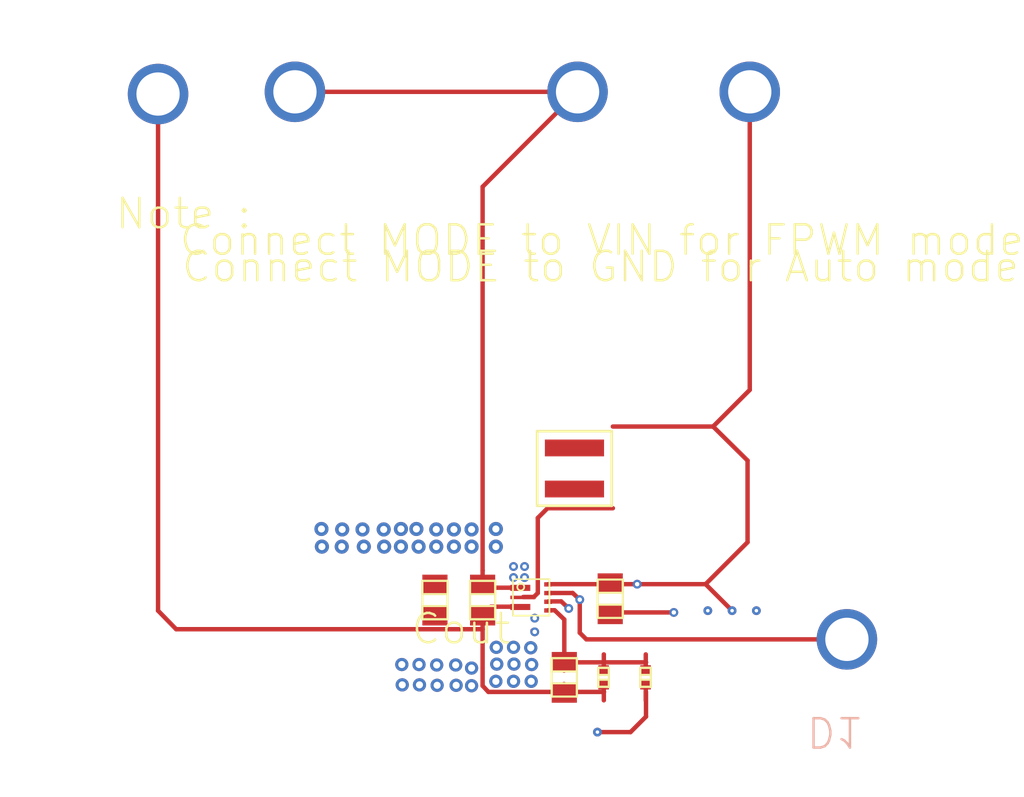
<source format=kicad_pcb>
(kicad_pcb (version 20171130) (host pcbnew "(5.1.2)-2")

  (general
    (thickness 1.6)
    (drawings 13)
    (tracks 125)
    (zones 0)
    (modules 13)
    (nets 7)
  )

  (page A4)
  (layers
    (0 TOP signal)
    (1 BOTTOM signal)
    (2 INTERNAL1 signal)
    (3 INTERNAL2 signal)
    (4 INTERNAL3 signal)
    (5 INTERNAL4 signal)
    (6 INTERNAL5 signal)
    (7 INTERNAL6 signal)
    (8 INTERNAL7 signal)
    (31 INTERNAL8 signal)
    (32 B.Adhes user)
    (33 F.Adhes user)
    (34 B.Paste user)
    (35 F.Paste user)
    (36 B.SilkS user)
    (37 F.SilkS user)
    (38 B.Mask user)
    (39 F.Mask user)
    (40 Dwgs.User user)
    (41 Cmts.User user)
    (42 Eco1.User user)
    (43 Eco2.User user)
    (44 Edge.Cuts user)
    (45 Margin user)
    (46 B.CrtYd user)
    (47 F.CrtYd user)
    (48 B.Fab user)
    (49 F.Fab user)
  )

  (setup
    (last_trace_width 0.25)
    (trace_clearance 0.2)
    (zone_clearance 0.508)
    (zone_45_only no)
    (trace_min 0.2)
    (via_size 0.8)
    (via_drill 0.4)
    (via_min_size 0.4)
    (via_min_drill 0.2032)
    (uvia_size 0.3)
    (uvia_drill 0.1)
    (uvias_allowed no)
    (uvia_min_size 0.2)
    (uvia_min_drill 0.1)
    (edge_width 0.05)
    (segment_width 0.2)
    (pcb_text_width 0.3)
    (pcb_text_size 1.5 1.5)
    (mod_edge_width 0.12)
    (mod_text_size 1 1)
    (mod_text_width 0.15)
    (pad_size 1.524 1.524)
    (pad_drill 0.762)
    (pad_to_mask_clearance 0.051)
    (solder_mask_min_width 0.25)
    (aux_axis_origin 0 0)
    (visible_elements FFFFEF7F)
    (pcbplotparams
      (layerselection 0x010fc_ffffffff)
      (usegerberextensions false)
      (usegerberattributes false)
      (usegerberadvancedattributes false)
      (creategerberjobfile false)
      (excludeedgelayer true)
      (linewidth 0.076200)
      (plotframeref false)
      (viasonmask false)
      (mode 1)
      (useauxorigin false)
      (hpglpennumber 1)
      (hpglpenspeed 20)
      (hpglpendiameter 15.000000)
      (psnegative false)
      (psa4output false)
      (plotreference true)
      (plotvalue true)
      (plotinvisibletext false)
      (padsonsilk false)
      (subtractmaskfromsilk false)
      (outputformat 1)
      (mirror false)
      (drillshape 1)
      (scaleselection 1)
      (outputdirectory ""))
  )

  (net 0 "")
  (net 1 5)
  (net 2 8)
  (net 3 2)
  (net 4 3)
  (net 5 12)
  (net 6 0)

  (net_class Default "This is the default net class."
    (clearance 0.2)
    (trace_width 0.25)
    (via_dia 0.8)
    (via_drill 0.4)
    (uvia_dia 0.3)
    (uvia_drill 0.1)
    (add_net 0)
    (add_net 12)
    (add_net 2)
    (add_net 3)
    (add_net 5)
    (add_net 8)
  )

  (module 2019-11-10_03-39-04:0805 (layer TOP) (tedit 0) (tstamp 5DC7FAB2)
    (at 206.2861 72.771 90)
    (fp_text reference Cff (at 0 0 90) (layer F.SilkS) hide
      (effects (font (size 1.27 1.27) (thickness 0.15)))
    )
    (fp_text value "" (at 0 0 90) (layer F.SilkS) hide
      (effects (font (size 1.27 1.27) (thickness 0.15)))
    )
    (fp_line (start -1.1049 -0.7239) (end -1.1049 0.7239) (layer F.SilkS) (width 0.12))
    (fp_line (start 1.1049 -0.7239) (end -1.1049 -0.7239) (layer F.SilkS) (width 0.12))
    (fp_line (start 1.1049 0.7239) (end 1.1049 -0.7239) (layer F.SilkS) (width 0.12))
    (fp_line (start -1.1049 0.7239) (end 1.1049 0.7239) (layer F.SilkS) (width 0.12))
    (fp_line (start 1.1049 -0.7239) (end 0.3429 -0.7239) (layer F.SilkS) (width 0.12))
    (fp_line (start 1.1049 0.7239) (end 1.1049 -0.7239) (layer F.SilkS) (width 0.12))
    (fp_line (start 0.3429 0.7239) (end 1.1049 0.7239) (layer F.SilkS) (width 0.12))
    (fp_line (start 0.3429 -0.7239) (end 0.3429 0.7239) (layer F.SilkS) (width 0.12))
    (fp_line (start -1.1049 0.7239) (end -0.3429 0.7239) (layer F.SilkS) (width 0.12))
    (fp_line (start -1.1049 -0.7239) (end -1.1049 0.7239) (layer F.SilkS) (width 0.12))
    (fp_line (start -0.3429 -0.7239) (end -1.1049 -0.7239) (layer F.SilkS) (width 0.12))
    (fp_line (start -0.3429 0.7239) (end -0.3429 -0.7239) (layer F.SilkS) (width 0.12))
    (pad 2 smd rect (at 0.9017 0 90) (size 1.1176 1.4478) (layers TOP F.Paste F.Mask)
      (net 4 3) (solder_mask_margin 0.1016))
    (pad 1 smd rect (at -0.9017 0 90) (size 1.1176 1.4478) (layers TOP F.Paste F.Mask)
      (net 1 5) (solder_mask_margin 0.1016))
  )

  (module 2019-11-10_03-39-04:0805 (layer TOP) (tedit 0) (tstamp 5DC7FAC3)
    (at 208.9277 68.2498 270)
    (fp_text reference Cin (at 0 0 270) (layer F.SilkS) hide
      (effects (font (size 1.27 1.27) (thickness 0.15)) (justify right top))
    )
    (fp_text value "" (at 0 0 270) (layer F.SilkS) hide
      (effects (font (size 1.27 1.27) (thickness 0.15)) (justify right top))
    )
    (fp_line (start -1.1049 -0.7239) (end -1.1049 0.7239) (layer F.SilkS) (width 0.12))
    (fp_line (start 1.1049 -0.7239) (end -1.1049 -0.7239) (layer F.SilkS) (width 0.12))
    (fp_line (start 1.1049 0.7239) (end 1.1049 -0.7239) (layer F.SilkS) (width 0.12))
    (fp_line (start -1.1049 0.7239) (end 1.1049 0.7239) (layer F.SilkS) (width 0.12))
    (fp_line (start 1.1049 -0.7239) (end 0.3429 -0.7239) (layer F.SilkS) (width 0.12))
    (fp_line (start 1.1049 0.7239) (end 1.1049 -0.7239) (layer F.SilkS) (width 0.12))
    (fp_line (start 0.3429 0.7239) (end 1.1049 0.7239) (layer F.SilkS) (width 0.12))
    (fp_line (start 0.3429 -0.7239) (end 0.3429 0.7239) (layer F.SilkS) (width 0.12))
    (fp_line (start -1.1049 0.7239) (end -0.3429 0.7239) (layer F.SilkS) (width 0.12))
    (fp_line (start -1.1049 -0.7239) (end -1.1049 0.7239) (layer F.SilkS) (width 0.12))
    (fp_line (start -0.3429 -0.7239) (end -1.1049 -0.7239) (layer F.SilkS) (width 0.12))
    (fp_line (start -0.3429 0.7239) (end -0.3429 -0.7239) (layer F.SilkS) (width 0.12))
    (pad 2 smd rect (at 0.9017 0 270) (size 1.1176 1.4478) (layers TOP F.Paste F.Mask)
      (net 6 0) (solder_mask_margin 0.1016))
    (pad 1 smd rect (at -0.9017 0 270) (size 1.1176 1.4478) (layers TOP F.Paste F.Mask)
      (net 3 2) (solder_mask_margin 0.1016))
  )

  (module 2019-11-10_03-39-04:0805 (layer TOP) (tedit 0) (tstamp 5DC7FAD4)
    (at 201.5871 68.326 90)
    (fp_text reference Cout_1 (at 0 0 90) (layer F.SilkS) hide
      (effects (font (size 1.27 1.27) (thickness 0.15)))
    )
    (fp_text value "" (at 0 0 90) (layer F.SilkS) hide
      (effects (font (size 1.27 1.27) (thickness 0.15)))
    )
    (fp_line (start -1.1049 -0.7239) (end -1.1049 0.7239) (layer F.SilkS) (width 0.12))
    (fp_line (start 1.1049 -0.7239) (end -1.1049 -0.7239) (layer F.SilkS) (width 0.12))
    (fp_line (start 1.1049 0.7239) (end 1.1049 -0.7239) (layer F.SilkS) (width 0.12))
    (fp_line (start -1.1049 0.7239) (end 1.1049 0.7239) (layer F.SilkS) (width 0.12))
    (fp_line (start 1.1049 -0.7239) (end 0.3429 -0.7239) (layer F.SilkS) (width 0.12))
    (fp_line (start 1.1049 0.7239) (end 1.1049 -0.7239) (layer F.SilkS) (width 0.12))
    (fp_line (start 0.3429 0.7239) (end 1.1049 0.7239) (layer F.SilkS) (width 0.12))
    (fp_line (start 0.3429 -0.7239) (end 0.3429 0.7239) (layer F.SilkS) (width 0.12))
    (fp_line (start -1.1049 0.7239) (end -0.3429 0.7239) (layer F.SilkS) (width 0.12))
    (fp_line (start -1.1049 -0.7239) (end -1.1049 0.7239) (layer F.SilkS) (width 0.12))
    (fp_line (start -0.3429 -0.7239) (end -1.1049 -0.7239) (layer F.SilkS) (width 0.12))
    (fp_line (start -0.3429 0.7239) (end -0.3429 -0.7239) (layer F.SilkS) (width 0.12))
    (pad 2 smd rect (at 0.9017 0 90) (size 1.1176 1.4478) (layers TOP F.Paste F.Mask)
      (net 6 0) (solder_mask_margin 0.1016))
    (pad 1 smd rect (at -0.9017 0 90) (size 1.1176 1.4478) (layers TOP F.Paste F.Mask)
      (net 1 5) (solder_mask_margin 0.1016))
  )

  (module 2019-11-10_03-39-04:0805 (layer TOP) (tedit 0) (tstamp 5DC7FAE5)
    (at 198.8439 68.326 90)
    (fp_text reference Cout_2 (at 0 0 90) (layer F.SilkS) hide
      (effects (font (size 1.27 1.27) (thickness 0.15)))
    )
    (fp_text value "" (at 0 0 90) (layer F.SilkS) hide
      (effects (font (size 1.27 1.27) (thickness 0.15)))
    )
    (fp_line (start -1.1049 -0.7239) (end -1.1049 0.7239) (layer F.SilkS) (width 0.12))
    (fp_line (start 1.1049 -0.7239) (end -1.1049 -0.7239) (layer F.SilkS) (width 0.12))
    (fp_line (start 1.1049 0.7239) (end 1.1049 -0.7239) (layer F.SilkS) (width 0.12))
    (fp_line (start -1.1049 0.7239) (end 1.1049 0.7239) (layer F.SilkS) (width 0.12))
    (fp_line (start 1.1049 -0.7239) (end 0.3429 -0.7239) (layer F.SilkS) (width 0.12))
    (fp_line (start 1.1049 0.7239) (end 1.1049 -0.7239) (layer F.SilkS) (width 0.12))
    (fp_line (start 0.3429 0.7239) (end 1.1049 0.7239) (layer F.SilkS) (width 0.12))
    (fp_line (start 0.3429 -0.7239) (end 0.3429 0.7239) (layer F.SilkS) (width 0.12))
    (fp_line (start -1.1049 0.7239) (end -0.3429 0.7239) (layer F.SilkS) (width 0.12))
    (fp_line (start -1.1049 -0.7239) (end -1.1049 0.7239) (layer F.SilkS) (width 0.12))
    (fp_line (start -0.3429 -0.7239) (end -1.1049 -0.7239) (layer F.SilkS) (width 0.12))
    (fp_line (start -0.3429 0.7239) (end -0.3429 -0.7239) (layer F.SilkS) (width 0.12))
    (pad 2 smd rect (at 0.9017 0 90) (size 1.1176 1.4478) (layers TOP F.Paste F.Mask)
      (net 6 0) (solder_mask_margin 0.1016))
    (pad 1 smd rect (at -0.9017 0 90) (size 1.1176 1.4478) (layers TOP F.Paste F.Mask)
      (net 1 5) (solder_mask_margin 0.1016))
  )

  (module 2019-11-10_03-39-04:TP-1502 (layer TOP) (tedit 0) (tstamp 5DC7FAF6)
    (at 207.0481 39.116 180)
    (fp_text reference GND (at 0 0 180) (layer F.SilkS) hide
      (effects (font (size 1.27 1.27) (thickness 0.15)) (justify right top))
    )
    (fp_text value "" (at 0 0 180) (layer F.SilkS) hide
      (effects (font (size 1.27 1.27) (thickness 0.15)) (justify right top))
    )
    (pad 1 thru_hole circle (at 0 0 180) (size 1.3208 1.3208) (drill 0.8128) (layers *.Cu *.Mask)
      (net 6 0) (solder_mask_margin 0.1016))
  )

  (module 2019-11-10_03-39-04:TP-1502 (layer TOP) (tedit 0) (tstamp 5DC7FAFA)
    (at 190.7667 39.116 180)
    (fp_text reference GND1 (at 0 0 180) (layer F.SilkS) hide
      (effects (font (size 1.27 1.27) (thickness 0.15)) (justify right top))
    )
    (fp_text value "" (at 0 0 180) (layer F.SilkS) hide
      (effects (font (size 1.27 1.27) (thickness 0.15)) (justify right top))
    )
    (pad 1 thru_hole circle (at 0 0 180) (size 1.3208 1.3208) (drill 0.8128) (layers *.Cu *.Mask)
      (net 6 0) (solder_mask_margin 0.1016))
  )

  (module 2019-11-10_03-39-04:XFL4020 (layer TOP) (tedit 0) (tstamp 5DC7FAFE)
    (at 206.8703 60.7568 270)
    (fp_text reference L1 (at 0 0 270) (layer F.SilkS) hide
      (effects (font (size 1.27 1.27) (thickness 0.15)) (justify right top))
    )
    (fp_text value "" (at 0 0 270) (layer F.SilkS) hide
      (effects (font (size 1.27 1.27) (thickness 0.15)) (justify right top))
    )
    (fp_line (start -2.1463 -2.1463) (end -2.1463 2.1463) (layer F.SilkS) (width 0.12))
    (fp_line (start 2.1463 -2.1463) (end -2.1463 -2.1463) (layer F.SilkS) (width 0.12))
    (fp_line (start 2.1463 2.1463) (end 2.1463 -2.1463) (layer F.SilkS) (width 0.12))
    (fp_line (start -2.1463 2.1463) (end 2.1463 2.1463) (layer F.SilkS) (width 0.12))
    (fp_line (start -2.1463 -2.1463) (end -2.1463 2.1463) (layer F.SilkS) (width 0.1524))
    (fp_line (start 2.1463 -2.1463) (end -2.1463 -2.1463) (layer F.SilkS) (width 0.1524))
    (fp_line (start 2.1463 2.1463) (end 2.1463 -2.1463) (layer F.SilkS) (width 0.1524))
    (fp_line (start -2.1463 2.1463) (end 2.1463 2.1463) (layer F.SilkS) (width 0.1524))
    (pad 2 smd rect (at 1.1811 0 270) (size 0.9652 3.4036) (layers TOP F.Paste F.Mask)
      (net 5 12) (solder_mask_margin 0.1016))
    (pad 1 smd rect (at -1.1811 0 270) (size 0.9652 3.4036) (layers TOP F.Paste F.Mask)
      (net 3 2) (solder_mask_margin 0.1016))
  )

  (module 2019-11-10_03-39-04:TP-1502 (layer TOP) (tedit 0) (tstamp 5DC7FB0B)
    (at 222.5167 70.612)
    (fp_text reference MODE (at 0 0) (layer F.SilkS) hide
      (effects (font (size 1.27 1.27) (thickness 0.15)))
    )
    (fp_text value "" (at 0 0) (layer F.SilkS) hide
      (effects (font (size 1.27 1.27) (thickness 0.15)))
    )
    (pad 1 thru_hole circle (at 0 0) (size 1.3208 1.3208) (drill 0.8128) (layers *.Cu *.Mask)
      (net 2 8) (solder_mask_margin 0.1016))
  )

  (module 2019-11-10_03-39-04:0402 (layer TOP) (tedit 0) (tstamp 5DC7FB0F)
    (at 210.9597 72.771 270)
    (fp_text reference Rfbb (at 0 0 270) (layer F.SilkS) hide
      (effects (font (size 1.27 1.27) (thickness 0.15)) (justify right top))
    )
    (fp_text value "" (at 0 0 270) (layer F.SilkS) hide
      (effects (font (size 1.27 1.27) (thickness 0.15)) (justify right top))
    )
    (fp_line (start -0.5461 -0.3048) (end -0.5461 0.3048) (layer F.SilkS) (width 0.12))
    (fp_line (start 0.5461 -0.3048) (end -0.5461 -0.3048) (layer F.SilkS) (width 0.12))
    (fp_line (start 0.5461 0.3048) (end 0.5461 -0.3048) (layer F.SilkS) (width 0.12))
    (fp_line (start -0.5461 0.3048) (end 0.5461 0.3048) (layer F.SilkS) (width 0.12))
    (fp_line (start 0.5461 -0.3048) (end 0.1397 -0.3048) (layer F.SilkS) (width 0.12))
    (fp_line (start 0.5461 0.3048) (end 0.5461 -0.3048) (layer F.SilkS) (width 0.12))
    (fp_line (start 0.1397 0.3048) (end 0.5461 0.3048) (layer F.SilkS) (width 0.12))
    (fp_line (start 0.1397 -0.3048) (end 0.1397 0.3048) (layer F.SilkS) (width 0.12))
    (fp_line (start -0.5461 0.3048) (end -0.1397 0.3048) (layer F.SilkS) (width 0.12))
    (fp_line (start -0.5461 -0.3048) (end -0.5461 0.3048) (layer F.SilkS) (width 0.12))
    (fp_line (start -0.1397 -0.3048) (end -0.5461 -0.3048) (layer F.SilkS) (width 0.12))
    (fp_line (start -0.1397 0.3048) (end -0.1397 -0.3048) (layer F.SilkS) (width 0.12))
    (pad 2 smd rect (at 0.4191 0 270) (size 0.5588 0.6096) (layers TOP F.Paste F.Mask)
      (net 6 0) (solder_mask_margin 0.1016))
    (pad 1 smd rect (at -0.4191 0 270) (size 0.5588 0.6096) (layers TOP F.Paste F.Mask)
      (net 4 3) (solder_mask_margin 0.1016))
  )

  (module 2019-11-10_03-39-04:0402 (layer TOP) (tedit 0) (tstamp 5DC7FB20)
    (at 208.5467 72.771 90)
    (fp_text reference Rfbt (at 0 0 90) (layer F.SilkS) hide
      (effects (font (size 1.27 1.27) (thickness 0.15)))
    )
    (fp_text value "" (at 0 0 90) (layer F.SilkS) hide
      (effects (font (size 1.27 1.27) (thickness 0.15)))
    )
    (fp_line (start -0.5461 -0.3048) (end -0.5461 0.3048) (layer F.SilkS) (width 0.12))
    (fp_line (start 0.5461 -0.3048) (end -0.5461 -0.3048) (layer F.SilkS) (width 0.12))
    (fp_line (start 0.5461 0.3048) (end 0.5461 -0.3048) (layer F.SilkS) (width 0.12))
    (fp_line (start -0.5461 0.3048) (end 0.5461 0.3048) (layer F.SilkS) (width 0.12))
    (fp_line (start 0.5461 -0.3048) (end 0.1397 -0.3048) (layer F.SilkS) (width 0.12))
    (fp_line (start 0.5461 0.3048) (end 0.5461 -0.3048) (layer F.SilkS) (width 0.12))
    (fp_line (start 0.1397 0.3048) (end 0.5461 0.3048) (layer F.SilkS) (width 0.12))
    (fp_line (start 0.1397 -0.3048) (end 0.1397 0.3048) (layer F.SilkS) (width 0.12))
    (fp_line (start -0.5461 0.3048) (end -0.1397 0.3048) (layer F.SilkS) (width 0.12))
    (fp_line (start -0.5461 -0.3048) (end -0.5461 0.3048) (layer F.SilkS) (width 0.12))
    (fp_line (start -0.1397 -0.3048) (end -0.5461 -0.3048) (layer F.SilkS) (width 0.12))
    (fp_line (start -0.1397 0.3048) (end -0.1397 -0.3048) (layer F.SilkS) (width 0.12))
    (pad 2 smd rect (at 0.4191 0 90) (size 0.5588 0.6096) (layers TOP F.Paste F.Mask)
      (net 4 3) (solder_mask_margin 0.1016))
    (pad 1 smd rect (at -0.4191 0 90) (size 0.5588 0.6096) (layers TOP F.Paste F.Mask)
      (net 1 5) (solder_mask_margin 0.1016))
  )

  (module 2019-11-10_03-39-04:RWU0007A (layer TOP) (tedit 0) (tstamp 5DC7FB31)
    (at 204.3811 68.1736)
    (fp_text reference U1 (at 0 0) (layer F.SilkS) hide
      (effects (font (size 1.27 1.27) (thickness 0.15)))
    )
    (fp_text value "" (at 0 0) (layer F.SilkS) hide
      (effects (font (size 1.27 1.27) (thickness 0.15)))
    )
    (fp_circle (center -0.6 -0.6) (end -0.4 -0.6) (layer F.SilkS) (width 0.1016))
    (fp_poly (pts (xy -0.525 -0.4257) (xy -0.525 -0.6742) (xy -0.524 -0.6841) (xy -0.5211 -0.6937)
      (xy -0.5164 -0.7024) (xy -0.5101 -0.7101) (xy -0.5024 -0.7164) (xy -0.4937 -0.7211)
      (xy -0.4842 -0.724) (xy -0.4743 -0.725) (xy -0.1007 -0.725) (xy -0.0908 -0.724)
      (xy -0.0813 -0.7211) (xy -0.0726 -0.7164) (xy -0.0649 -0.7101) (xy -0.0586 -0.7024)
      (xy -0.0539 -0.6937) (xy -0.051 -0.6841) (xy -0.05 -0.6742) (xy -0.05 -0.4257)
      (xy -0.051 -0.4158) (xy -0.0539 -0.4063) (xy -0.0586 -0.3976) (xy -0.0649 -0.3899)
      (xy -0.0726 -0.3836) (xy -0.0813 -0.3789) (xy -0.0908 -0.376) (xy -0.1007 -0.375)
      (xy -0.4743 -0.375) (xy -0.4842 -0.376) (xy -0.4937 -0.3789) (xy -0.5024 -0.3836)
      (xy -0.5101 -0.3899) (xy -0.5164 -0.3976) (xy -0.5211 -0.4063) (xy -0.524 -0.4158)) (layer F.Paste) (width 0))
    (fp_poly (pts (xy -1.2 -0.4257) (xy -1.2 -0.6742) (xy -1.199 -0.6841) (xy -1.1961 -0.6937)
      (xy -1.1914 -0.7024) (xy -1.1851 -0.7101) (xy -1.1774 -0.7164) (xy -1.1687 -0.7211)
      (xy -1.1592 -0.724) (xy -1.1493 -0.725) (xy -0.7757 -0.725) (xy -0.7658 -0.724)
      (xy -0.7563 -0.7211) (xy -0.7476 -0.7164) (xy -0.7399 -0.7101) (xy -0.7336 -0.7024)
      (xy -0.7289 -0.6937) (xy -0.726 -0.6841) (xy -0.725 -0.6742) (xy -0.725 -0.4257)
      (xy -0.726 -0.4158) (xy -0.7289 -0.4063) (xy -0.7336 -0.3976) (xy -0.7399 -0.3899)
      (xy -0.7476 -0.3836) (xy -0.7563 -0.3789) (xy -0.7658 -0.376) (xy -0.7757 -0.375)
      (xy -1.1493 -0.375) (xy -1.1592 -0.376) (xy -1.1687 -0.3789) (xy -1.1774 -0.3836)
      (xy -1.1851 -0.3899) (xy -1.1914 -0.3976) (xy -1.1961 -0.4063) (xy -1.199 -0.4158)) (layer F.Paste) (width 0))
    (fp_poly (pts (xy -1.2 0.6742) (xy -1.2 0.4257) (xy -1.199 0.4158) (xy -1.1961 0.4063)
      (xy -1.1914 0.3976) (xy -1.1851 0.3899) (xy -1.1774 0.3836) (xy -1.1687 0.3789)
      (xy -1.1592 0.376) (xy -1.1493 0.375) (xy -0.7757 0.375) (xy -0.7658 0.376)
      (xy -0.7563 0.3789) (xy -0.7476 0.3836) (xy -0.7399 0.3899) (xy -0.7336 0.3976)
      (xy -0.7289 0.4063) (xy -0.726 0.4158) (xy -0.725 0.4257) (xy -0.725 0.6742)
      (xy -0.726 0.6841) (xy -0.7289 0.6937) (xy -0.7336 0.7024) (xy -0.7399 0.7101)
      (xy -0.7476 0.7164) (xy -0.7563 0.7211) (xy -0.7658 0.724) (xy -0.7757 0.725)
      (xy -1.1493 0.725) (xy -1.1592 0.724) (xy -1.1687 0.7211) (xy -1.1774 0.7164)
      (xy -1.1851 0.7101) (xy -1.1914 0.7024) (xy -1.1961 0.6937) (xy -1.199 0.6841)) (layer F.Paste) (width 0))
    (fp_poly (pts (xy -0.525 0.6742) (xy -0.525 0.4257) (xy -0.524 0.4158) (xy -0.5211 0.4063)
      (xy -0.5164 0.3976) (xy -0.5101 0.3899) (xy -0.5024 0.3836) (xy -0.4937 0.3789)
      (xy -0.4842 0.376) (xy -0.4743 0.375) (xy -0.1007 0.375) (xy -0.0908 0.376)
      (xy -0.0813 0.3789) (xy -0.0726 0.3836) (xy -0.0649 0.3899) (xy -0.0586 0.3976)
      (xy -0.0539 0.4063) (xy -0.051 0.4158) (xy -0.05 0.4257) (xy -0.05 0.6742)
      (xy -0.051 0.6841) (xy -0.0539 0.6937) (xy -0.0586 0.7024) (xy -0.0649 0.7101)
      (xy -0.0726 0.7164) (xy -0.0813 0.7211) (xy -0.0908 0.724) (xy -0.1007 0.725)
      (xy -0.4743 0.725) (xy -0.4842 0.724) (xy -0.4937 0.7211) (xy -0.5024 0.7164)
      (xy -0.5101 0.7101) (xy -0.5164 0.7024) (xy -0.5211 0.6937) (xy -0.524 0.6841)) (layer F.Paste) (width 0))
    (fp_poly (pts (xy -0.375 0.05) (xy -0.375 -0.05) (xy -0.374 -0.0598) (xy -0.3712 -0.0691)
      (xy -0.3666 -0.0778) (xy -0.3604 -0.0854) (xy -0.3528 -0.0916) (xy -0.3441 -0.0962)
      (xy -0.3348 -0.099) (xy -0.325 -0.1) (xy 0.2 -0.1) (xy 0.2098 -0.099)
      (xy 0.2191 -0.0962) (xy 0.2278 -0.0916) (xy 0.2354 -0.0854) (xy 0.2416 -0.0778)
      (xy 0.2462 -0.0691) (xy 0.249 -0.0598) (xy 0.25 -0.05) (xy 0.25 0.05)
      (xy 0.249 0.0598) (xy 0.2462 0.0691) (xy 0.2416 0.0778) (xy 0.2354 0.0854)
      (xy 0.2278 0.0916) (xy 0.2191 0.0962) (xy 0.2098 0.099) (xy 0.2 0.1)
      (xy -0.325 0.1) (xy -0.3348 0.099) (xy -0.3441 0.0962) (xy -0.3528 0.0916)
      (xy -0.3604 0.0854) (xy -0.3666 0.0778) (xy -0.3712 0.0691) (xy -0.374 0.0598)) (layer F.Paste) (width 0))
    (fp_poly (pts (xy -0.575 -0.05) (xy -0.575 0.05) (xy -0.576 0.0598) (xy -0.5788 0.0691)
      (xy -0.5834 0.0778) (xy -0.5896 0.0854) (xy -0.5972 0.0916) (xy -0.6059 0.0962)
      (xy -0.6152 0.099) (xy -0.625 0.1) (xy -1.15 0.1) (xy -1.1598 0.099)
      (xy -1.1691 0.0962) (xy -1.1778 0.0916) (xy -1.1854 0.0854) (xy -1.1916 0.0778)
      (xy -1.1962 0.0691) (xy -1.199 0.0598) (xy -1.2 0.05) (xy -1.2 -0.05)
      (xy -1.199 -0.0598) (xy -1.1962 -0.0691) (xy -1.1916 -0.0778) (xy -1.1854 -0.0854)
      (xy -1.1778 -0.0916) (xy -1.1691 -0.0962) (xy -1.1598 -0.099) (xy -1.15 -0.1)
      (xy -0.625 -0.1) (xy -0.6152 -0.099) (xy -0.6059 -0.0962) (xy -0.5972 -0.0916)
      (xy -0.5896 -0.0854) (xy -0.5834 -0.0778) (xy -0.5788 -0.0691) (xy -0.576 -0.0598)) (layer F.Paste) (width 0))
    (fp_line (start -1.05 1.05) (end -1.05 -1.05) (layer F.SilkS) (width 0.1))
    (fp_line (start 1.05 1.05) (end 1.05 -1.05) (layer F.SilkS) (width 0.1))
    (fp_line (start -1.05 -1.05) (end 1.05 -1.05) (layer F.SilkS) (width 0.1))
    (fp_line (start -1.05 1.05) (end 1.05 1.05) (layer F.SilkS) (width 0.1))
    (pad 7 smd rect (at 0.975 -0.75) (size 0.45 0.25) (layers TOP F.Paste F.Mask)
      (net 3 2) (solder_mask_margin 0.1016))
    (pad 6 smd rect (at 0.975 -0.25) (size 0.45 0.25) (layers TOP F.Paste F.Mask)
      (net 2 8) (solder_mask_margin 0.1016))
    (pad 5 smd rect (at 0.975 0.25) (size 0.45 0.25) (layers TOP F.Paste F.Mask)
      (net 3 2) (solder_mask_margin 0.1016))
    (pad 4 smd rect (at 0.975 0.75) (size 0.45 0.25) (layers TOP F.Paste F.Mask)
      (net 4 3) (solder_mask_margin 0.1016))
    (pad 3 smd rect (at -0.625 0.55) (size 1.15 0.35) (layers TOP F.Paste F.Mask)
      (net 1 5) (solder_mask_margin 0.1016))
    (pad 2 smd rect (at -0.475 0) (size 1.45 0.2) (layers TOP F.Paste F.Mask)
      (net 5 12) (solder_mask_margin 0.1016))
    (pad 1 smd rect (at -0.625 -0.55) (size 1.15 0.35) (layers TOP F.Paste F.Mask)
      (net 6 0) (solder_mask_margin 0.1016))
  )

  (module 2019-11-10_03-39-04:TP-1502 (layer TOP) (tedit 0) (tstamp 5DC7FB46)
    (at 216.9287 39.116 180)
    (fp_text reference VIN (at 0 0 180) (layer F.SilkS) hide
      (effects (font (size 1.27 1.27) (thickness 0.15)) (justify right top))
    )
    (fp_text value "" (at 0 0 180) (layer F.SilkS) hide
      (effects (font (size 1.27 1.27) (thickness 0.15)) (justify right top))
    )
    (pad 1 thru_hole circle (at 0 0 180) (size 1.3208 1.3208) (drill 0.8128) (layers *.Cu *.Mask)
      (net 3 2) (solder_mask_margin 0.1016))
  )

  (module 2019-11-10_03-39-04:TP-1502 (layer TOP) (tedit 0) (tstamp 5DC7FB4A)
    (at 182.8927 39.2176 180)
    (fp_text reference VOUT (at 0 0 180) (layer F.SilkS) hide
      (effects (font (size 1.27 1.27) (thickness 0.15)) (justify right top))
    )
    (fp_text value "" (at 0 0 180) (layer F.SilkS) hide
      (effects (font (size 1.27 1.27) (thickness 0.15)) (justify right top))
    )
    (pad 1 thru_hole circle (at 0 0 180) (size 1.3208 1.3208) (drill 0.8128) (layers *.Cu *.Mask)
      (net 1 5) (solder_mask_margin 0.1016))
  )

  (gr_line (start 173.9011 79.6036) (end 173.9011 33.8836) (layer Cmts.User) (width 0.15) (tstamp 2915E340))
  (gr_line (start 173.9011 79.6036) (end 173.9011 33.8836) (layer Cmts.User) (width 0.15) (tstamp 2915E3E0))
  (gr_line (start 173.9011 33.8836) (end 232.3211 33.8836) (layer Cmts.User) (width 0.15) (tstamp 2915D6C0))
  (gr_line (start 173.9011 33.8836) (end 232.3211 33.8836) (layer Cmts.User) (width 0.15) (tstamp 2915E660))
  (gr_line (start 232.3211 33.8836) (end 232.3211 79.6036) (layer Cmts.User) (width 0.15) (tstamp 2915E700))
  (gr_line (start 232.3211 33.8836) (end 232.3211 79.6036) (layer Cmts.User) (width 0.15) (tstamp 2915CE00))
  (gr_line (start 232.3211 79.6036) (end 173.9011 79.6036) (layer Cmts.User) (width 0.15) (tstamp 2915D620))
  (gr_line (start 232.3211 79.6036) (end 173.9011 79.6036) (layer Cmts.User) (width 0.15) (tstamp 2915E7A0))
  (gr_text Cout (at 197.3961 70.9676) (layer F.SilkS) (tstamp 2915D800)
    (effects (font (size 1.6891 1.6891) (thickness 0.14224)) (justify left bottom))
  )
  (gr_text "Note :" (at 180.3781 47.0916) (layer F.SilkS) (tstamp 2915DC60)
    (effects (font (size 1.6891 1.6891) (thickness 0.14224)) (justify left bottom))
  )
  (gr_text "Connect MODE to VIN for FPWM mode" (at 184.0611 48.6156) (layer F.SilkS) (tstamp 2915D8A0)
    (effects (font (size 1.6891 1.6891) (thickness 0.14224)) (justify left bottom))
  )
  (gr_text "Connect MODE to GND for Auto mode" (at 184.1881 50.1396) (layer F.SilkS) (tstamp 2915DB20)
    (effects (font (size 1.6891 1.6891) (thickness 0.14224)) (justify left bottom))
  )
  (gr_text D1 (at 220.1291 74.9046 -180) (layer B.SilkS) (tstamp 27DFDC70)
    (effects (font (size 1.6891 1.6891) (thickness 0.14224)) (justify left bottom mirror))
  )

  (segment (start 204.4573 70.0786) (end 204.6351 70.2564) (width 0.254) (layer TOP) (net 1) (tstamp 2EF9F9D0))
  (segment (start 206.2861 73.6092) (end 208.5721 73.6092) (width 0.254) (layer TOP) (net 1) (tstamp 2EF9F930))
  (segment (start 201.5871 73.2536) (end 201.9173 73.6092) (width 0.254) (layer TOP) (net 1) (tstamp 2EF9FA70))
  (segment (start 201.9173 73.6092) (end 206.2861 73.6092) (width 0.254) (layer TOP) (net 1) (tstamp 2EF9FB10))
  (segment (start 202.0697 68.707) (end 203.7715 68.707) (width 0.254) (layer TOP) (net 1) (tstamp 2EF9FED0))
  (segment (start 201.5871 73.2536) (end 201.5871 70.0024) (width 0.254) (layer TOP) (net 1) (tstamp 2EF9FBB0))
  (segment (start 201.5871 69.1896) (end 202.0697 68.707) (width 0.254) (layer TOP) (net 1) (tstamp 2EFA0AB0))
  (segment (start 201.5871 70.0024) (end 201.5871 69.1896) (width 0.254) (layer TOP) (net 1) (tstamp 2EFA00B0))
  (segment (start 183.9595 70.0024) (end 201.5871 70.0024) (width 0.254) (layer TOP) (net 1) (tstamp 2EF9FD90))
  (segment (start 182.9181 39.2176) (end 182.9181 39.0906) (width 0.254) (layer TOP) (net 1) (tstamp 2EF9FC50))
  (segment (start 182.9181 68.9356) (end 182.9181 39.2176) (width 0.254) (layer TOP) (net 1) (tstamp 2EF9FCF0))
  (segment (start 182.9181 68.9356) (end 183.9595 70.0024) (width 0.254) (layer TOP) (net 1) (tstamp 2EFA0330))
  (segment (start 206.2734 74.0918) (end 206.2734 73.152) (width 0.254) (layer TOP) (net 1) (tstamp 2EF9FE30))
  (segment (start 208.5594 74.0918) (end 208.5594 73.152) (width 0.254) (layer TOP) (net 1) (tstamp 2EFA03D0))
  (segment (start 204.6351 73.2536) (end 209.9437 73.2536) (width 0.254) (layer BOTTOM) (net 1) (tstamp 28408380))
  (segment (start 204.3811 72.9996) (end 204.6351 73.2536) (width 0.254) (layer BOTTOM) (net 1) (tstamp 28406A80))
  (via micro (at 204.3811 72.9996) (size 0.762) (drill 0.4064) (layers TOP INTERNAL8) (net 1) (tstamp 284084C0))
  (via micro (at 204.3557 71.0692) (size 0.762) (drill 0.4064) (layers TOP INTERNAL8) (net 1) (tstamp 284073E0))
  (via micro (at 202.3491 72.9996) (size 0.762) (drill 0.4064) (layers TOP INTERNAL8) (net 1) (tstamp 28407F20))
  (via micro (at 200.0631 73.2282) (size 0.762) (drill 0.4064) (layers TOP INTERNAL8) (net 1) (tstamp 28406080))
  (via micro (at 197.9549 73.2028) (size 0.762) (drill 0.4064) (layers TOP INTERNAL8) (net 1) (tstamp 28407D40))
  (via micro (at 202.3745 71.0438) (size 0.762) (drill 0.4064) (layers TOP INTERNAL8) (net 1) (tstamp 28406E40))
  (via micro (at 204.4065 72.0344) (size 0.762) (drill 0.4064) (layers TOP INTERNAL8) (net 1) (tstamp 284082E0))
  (via micro (at 200.0377 72.0598) (size 0.762) (drill 0.4064) (layers TOP INTERNAL8) (net 1) (tstamp 28407DE0))
  (via micro (at 197.9295 72.0344) (size 0.762) (drill 0.4064) (layers TOP INTERNAL8) (net 1) (tstamp 28407FC0))
  (via micro (at 202.3999 72.009) (size 0.762) (drill 0.4064) (layers TOP INTERNAL8) (net 1) (tstamp 28408060))
  (via micro (at 203.3651 72.9996) (size 0.762) (drill 0.4064) (layers TOP INTERNAL8) (net 1) (tstamp 28406120))
  (via micro (at 203.3651 71.0438) (size 0.762) (drill 0.4064) (layers TOP INTERNAL8) (net 1) (tstamp 28408600))
  (via micro (at 200.9521 72.2376) (size 0.762) (drill 0.4064) (layers TOP INTERNAL8) (net 1) (tstamp 28407980))
  (via micro (at 200.9521 73.2536) (size 0.762) (drill 0.4064) (layers TOP INTERNAL8) (net 1) (tstamp 28406580))
  (via micro (at 198.9709 73.2282) (size 0.762) (drill 0.4064) (layers TOP INTERNAL8) (net 1) (tstamp 28407840))
  (via micro (at 196.9643 73.2028) (size 0.762) (drill 0.4064) (layers TOP INTERNAL8) (net 1) (tstamp 28408740))
  (via micro (at 198.9455 72.0598) (size 0.762) (drill 0.4064) (layers TOP INTERNAL8) (net 1) (tstamp 28408100))
  (via micro (at 196.9389 72.0344) (size 0.762) (drill 0.4064) (layers TOP INTERNAL8) (net 1) (tstamp 28407160))
  (via micro (at 203.3905 72.009) (size 0.762) (drill 0.4064) (layers TOP INTERNAL8) (net 1) (tstamp 284078E0))
  (via micro (at 204.5843 69.3674) (size 0.508) (drill 0.254) (layers TOP INTERNAL8) (net 1) (tstamp 28407480))
  (via micro (at 204.5843 70.1548) (size 0.508) (drill 0.254) (layers TOP INTERNAL8) (net 1) (tstamp 284081A0))
  (via micro (at 182.9181 39.2176) (size 3.4798) (drill 2.4892) (layers TOP INTERNAL8) (net 1) (tstamp 28406260))
  (segment (start 207.5561 70.5866) (end 222.5421 70.5866) (width 0.254) (layer TOP) (net 2) (tstamp 284066C0))
  (segment (start 206.7687 67.9196) (end 207.1751 68.3006) (width 0.254) (layer TOP) (net 2) (tstamp 28407200))
  (segment (start 205.3717 67.9196) (end 206.7687 67.9196) (width 0.254) (layer TOP) (net 2) (tstamp 28407660))
  (segment (start 207.1751 70.2056) (end 207.1751 68.3006) (width 0.254) (layer TOP) (net 2) (tstamp 28407020))
  (segment (start 207.1751 70.2056) (end 207.5561 70.5866) (width 0.254) (layer TOP) (net 2) (tstamp 284077A0))
  (via micro (at 207.1751 68.3006) (size 0.508) (drill 0.254) (layers TOP INTERNAL8) (net 2) (tstamp 28406760))
  (via micro (at 222.5421 70.5866) (size 3.4798) (drill 2.4892) (layers TOP INTERNAL8) (net 2) (tstamp 28406940))
  (segment (start 208.9785 67.4116) (end 210.4771 67.4116) (width 0.254) (layer TOP) (net 3) (tstamp 28406F80))
  (segment (start 210.4771 67.4116) (end 214.4141 67.4116) (width 0.254) (layer TOP) (net 3) (tstamp 284072A0))
  (segment (start 214.4141 67.4116) (end 215.9381 68.9356) (width 0.254) (layer TOP) (net 3) (tstamp 28407340))
  (segment (start 206.1083 68.4022) (end 206.5401 68.8086) (width 0.254) (layer TOP) (net 3) (tstamp 28407520))
  (segment (start 205.3717 67.4116) (end 208.9531 67.4116) (width 0.254) (layer TOP) (net 3) (tstamp 28407700))
  (segment (start 216.8271 64.9986) (end 216.8271 60.2996) (width 0.254) (layer TOP) (net 3) (tstamp 28409000))
  (segment (start 214.8459 58.3438) (end 216.8271 60.2996) (width 0.254) (layer TOP) (net 3) (tstamp 284098C0))
  (segment (start 205.3717 68.4022) (end 206.1083 68.4022) (width 0.254) (layer TOP) (net 3) (tstamp 28408C40))
  (segment (start 209.0801 58.3438) (end 214.8459 58.3438) (width 0.254) (layer TOP) (net 3) (tstamp 28409D20))
  (segment (start 214.4141 67.4116) (end 216.8271 64.9986) (width 0.254) (layer TOP) (net 3) (tstamp 28409140))
  (segment (start 216.9541 56.2356) (end 216.9541 39.0906) (width 0.254) (layer TOP) (net 3) (tstamp 28409DC0))
  (segment (start 214.8459 58.3438) (end 216.9541 56.2356) (width 0.254) (layer TOP) (net 3) (tstamp 284091E0))
  (segment (start 210.4771 67.9196) (end 210.4771 67.4116) (width 0.254) (layer BOTTOM) (net 3) (tstamp 28409AA0))
  (segment (start 206.5401 68.8086) (end 206.5655 68.834) (width 0.254) (layer BOTTOM) (net 3) (tstamp 28408D80))
  (segment (start 209.8421 68.5546) (end 210.4771 67.9196) (width 0.254) (layer BOTTOM) (net 3) (tstamp 28409B40))
  (segment (start 206.5655 68.834) (end 207.6577 68.834) (width 0.254) (layer BOTTOM) (net 3) (tstamp 28408BA0))
  (segment (start 207.6577 68.834) (end 207.9371 68.5546) (width 0.254) (layer BOTTOM) (net 3) (tstamp 284095A0))
  (segment (start 207.9371 68.5546) (end 209.8421 68.5546) (width 0.254) (layer BOTTOM) (net 3) (tstamp 28409BE0))
  (segment (start 215.9381 69.9516) (end 215.9381 68.9356) (width 0.254) (layer BOTTOM) (net 3) (tstamp 28409C80))
  (segment (start 216.5731 73.2536) (end 216.5731 70.612) (width 0.254) (layer BOTTOM) (net 3) (tstamp 28409F00))
  (segment (start 215.9381 69.9516) (end 216.5731 70.612) (width 0.254) (layer BOTTOM) (net 3) (tstamp 28408880))
  (via micro (at 214.5411 68.9356) (size 0.508) (drill 0.2032) (layers TOP INTERNAL8) (net 3) (tstamp 28408A60))
  (via micro (at 210.4771 67.4116) (size 0.508) (drill 0.254) (layers TOP INTERNAL8) (net 3) (tstamp F360E80))
  (via micro (at 217.3351 68.9356) (size 0.508) (drill 0.2032) (layers TOP INTERNAL8) (net 3) (tstamp F3600C0))
  (via micro (at 215.9381 68.9356) (size 0.508) (drill 0.2032) (layers TOP INTERNAL8) (net 3) (tstamp F361100))
  (via micro (at 206.5401 68.8086) (size 0.508) (drill 0.254) (layers TOP INTERNAL8) (net 3) (tstamp F35F120))
  (via micro (at 216.9541 39.0906) (size 3.4798) (drill 2.4892) (layers TOP INTERNAL8) (net 3) (tstamp F3614C0))
  (segment (start 206.2861 71.9074) (end 208.5721 71.9074) (width 0.254) (layer TOP) (net 4) (tstamp F360F20))
  (segment (start 210.9851 71.9074) (end 210.9851 71.9074) (width 0.254) (layer TOP) (net 4) (tstamp F35F1C0))
  (segment (start 208.5721 71.9074) (end 210.9851 71.9074) (width 0.254) (layer TOP) (net 4) (tstamp F360FC0))
  (segment (start 205.3717 68.9102) (end 205.7273 68.9102) (width 0.254) (layer TOP) (net 4) (tstamp F35F940))
  (segment (start 205.7273 68.9102) (end 206.2861 69.4436) (width 0.254) (layer TOP) (net 4) (tstamp F360C00))
  (segment (start 206.2861 71.9074) (end 206.2861 69.4436) (width 0.254) (layer TOP) (net 4) (tstamp F35F620))
  (segment (start 206.2734 72.39) (end 206.2734 71.4502) (width 0.254) (layer TOP) (net 4) (tstamp F35FDA0))
  (segment (start 208.5594 72.39) (end 208.5594 71.4502) (width 0.254) (layer TOP) (net 4) (tstamp F360D40))
  (segment (start 210.9724 72.39) (end 210.9724 71.4502) (width 0.254) (layer TOP) (net 4) (tstamp F35F6C0))
  (segment (start 203.9239 68.1482) (end 204.5335 68.1482) (width 0.254) (layer TOP) (net 5) (tstamp F35F760))
  (segment (start 204.5335 68.1482) (end 204.7621 67.9196) (width 0.254) (layer TOP) (net 5) (tstamp F3611A0))
  (segment (start 204.7621 67.9196) (end 204.7621 63.6016) (width 0.254) (layer TOP) (net 5) (tstamp F35FE40))
  (segment (start 204.7621 63.6016) (end 205.3209 63.0428) (width 0.254) (layer TOP) (net 5) (tstamp F35F440))
  (segment (start 205.3209 63.0428) (end 209.0801 63.0428) (width 0.254) (layer TOP) (net 5) (tstamp F35FBC0))
  (segment (start 201.5871 66.6242) (end 201.5871 44.5516) (width 0.254) (layer TOP) (net 6) (tstamp F360340))
  (segment (start 202.1459 67.6148) (end 203.7715 67.6148) (width 0.254) (layer TOP) (net 6) (tstamp F361240))
  (segment (start 201.5871 67.0306) (end 202.1459 67.6148) (width 0.254) (layer TOP) (net 6) (tstamp F35FD00))
  (segment (start 201.5871 67.0306) (end 201.5871 66.6242) (width 0.254) (layer TOP) (net 6) (tstamp F3612E0))
  (segment (start 190.7921 39.0906) (end 207.0481 39.0906) (width 0.254) (layer TOP) (net 6) (tstamp F360840))
  (segment (start 201.5871 44.5516) (end 207.0481 39.0906) (width 0.254) (layer TOP) (net 6) (tstamp F35FC60))
  (segment (start 210.0961 75.9206) (end 210.9851 75.0316) (width 0.254) (layer TOP) (net 6) (tstamp F35F4E0))
  (segment (start 208.1911 75.9206) (end 210.0961 75.9206) (width 0.254) (layer TOP) (net 6) (tstamp F361560))
  (segment (start 210.9851 75.0316) (end 210.9851 73.6092) (width 0.254) (layer TOP) (net 6) (tstamp F360020))
  (segment (start 208.9531 69.0372) (end 212.5853 69.0372) (width 0.254) (layer TOP) (net 6) (tstamp F360660))
  (segment (start 210.9724 74.0918) (end 210.9724 73.152) (width 0.254) (layer TOP) (net 6) (tstamp F35F580))
  (via micro (at 212.5853 69.0372) (size 0.508) (drill 0.254) (layers TOP INTERNAL8) (net 6) (tstamp F362320))
  (via micro (at 204.0001 67.0306) (size 0.508) (drill 0.254) (layers TOP INTERNAL8) (net 6) (tstamp F362B40))
  (via micro (at 197.9041 65.2526) (size 0.8128) (drill 0.4064) (layers TOP INTERNAL8) (net 6) (tstamp F363D60))
  (via micro (at 202.3491 65.2526) (size 0.8128) (drill 0.4064) (layers TOP INTERNAL8) (net 6) (tstamp F362280))
  (via micro (at 195.9229 65.2526) (size 0.8128) (drill 0.4064) (layers TOP INTERNAL8) (net 6) (tstamp F3639A0))
  (via micro (at 199.9361 65.2526) (size 0.8128) (drill 0.4064) (layers TOP INTERNAL8) (net 6) (tstamp F362460))
  (via micro (at 192.3415 65.2526) (size 0.8128) (drill 0.4064) (layers TOP INTERNAL8) (net 6) (tstamp F363720))
  (via micro (at 204.0001 66.3956) (size 0.508) (drill 0.254) (layers TOP INTERNAL8) (net 6) (tstamp F363CC0))
  (via micro (at 195.8975 64.262) (size 0.8128) (drill 0.4064) (layers TOP INTERNAL8) (net 6) (tstamp F362640))
  (via micro (at 199.9361 64.262) (size 0.8128) (drill 0.4064) (layers TOP INTERNAL8) (net 6) (tstamp F361920))
  (via micro (at 202.3491 64.2366) (size 0.8128) (drill 0.4064) (layers TOP INTERNAL8) (net 6) (tstamp F363F40))
  (via micro (at 197.7771 64.2366) (size 0.8128) (drill 0.4064) (layers TOP INTERNAL8) (net 6) (tstamp F362820))
  (via micro (at 192.3161 64.2366) (size 0.8128) (drill 0.4064) (layers TOP INTERNAL8) (net 6) (tstamp F363A40))
  (via micro (at 203.3651 67.0306) (size 0.508) (drill 0.254) (layers TOP INTERNAL8) (net 6) (tstamp F3635E0))
  (via micro (at 198.9201 65.2526) (size 0.8128) (drill 0.4064) (layers TOP INTERNAL8) (net 6) (tstamp F363680))
  (via micro (at 196.8881 65.2526) (size 0.8128) (drill 0.4064) (layers TOP INTERNAL8) (net 6) (tstamp F363C20))
  (via micro (at 194.7545 65.2526) (size 0.8128) (drill 0.4064) (layers TOP INTERNAL8) (net 6) (tstamp F3619C0))
  (via micro (at 200.9521 65.2526) (size 0.8128) (drill 0.4064) (layers TOP INTERNAL8) (net 6) (tstamp F3628C0))
  (via micro (at 193.4845 65.2526) (size 0.8128) (drill 0.4064) (layers TOP INTERNAL8) (net 6) (tstamp F361EC0))
  (via micro (at 203.3651 66.3956) (size 0.508) (drill 0.254) (layers TOP INTERNAL8) (net 6) (tstamp F3637C0))
  (via micro (at 193.5099 64.262) (size 0.8128) (drill 0.4064) (layers TOP INTERNAL8) (net 6) (tstamp F3632C0))
  (via micro (at 194.6783 64.262) (size 0.8128) (drill 0.4064) (layers TOP INTERNAL8) (net 6) (tstamp F361D80))
  (via micro (at 196.8881 64.2366) (size 0.8128) (drill 0.4064) (layers TOP INTERNAL8) (net 6) (tstamp F363AE0))
  (via micro (at 200.9521 64.262) (size 0.8128) (drill 0.4064) (layers TOP INTERNAL8) (net 6) (tstamp F362960))
  (via micro (at 198.9201 64.262) (size 0.8128) (drill 0.4064) (layers TOP INTERNAL8) (net 6) (tstamp F362D20))
  (via micro (at 208.1911 75.9206) (size 0.508) (drill 0.2032) (layers TOP INTERNAL8) (net 6) (tstamp F362A00))
  (via micro (at 190.7921 39.0906) (size 3.4798) (drill 2.4892) (layers TOP INTERNAL8) (net 6) (tstamp F363E00))
  (via micro (at 207.0481 39.0906) (size 3.4798) (drill 2.4892) (layers TOP INTERNAL8) (net 6) (tstamp F362C80))

  (zone (net 1) (net_name 5) (layer TOP) (tstamp 2EFA0470) (hatch edge 0.508)
    (priority 3)
    (connect_pads (clearance 0.000001))
    (min_thickness 0.0254)
    (fill (arc_segments 32) (thermal_gap 0.05) (thermal_bridge_width 0.05))
    (polygon
      (pts
        (xy 187.8711 68.4276) (xy 187.8711 36.4236) (xy 178.9811 36.4236) (xy 178.9811 77.0636) (xy 205.0161 77.0636)
        (xy 205.0161 68.4276)
      )
    )
  )
  (zone (net 1) (net_name 5) (layer BOTTOM) (tstamp 28407C00) (hatch edge 0.508)
    (priority 4)
    (connect_pads (clearance 0.000001))
    (min_thickness 0.0254)
    (fill (arc_segments 32) (thermal_gap 0.05) (thermal_bridge_width 0.05))
    (polygon
      (pts
        (xy 212.8901 77.0636) (xy 212.8901 68.4276) (xy 187.8711 68.4276) (xy 187.8711 36.4236) (xy 178.9811 36.4236)
        (xy 178.9811 77.0636)
      )
    )
  )
  (zone (net 1) (net_name 5) (layer INTERNAL2) (tstamp 284087E0) (hatch edge 0.508)
    (priority 6)
    (connect_pads (clearance 0.000001))
    (min_thickness 0.0254)
    (fill (arc_segments 32) (thermal_gap 0.05) (thermal_bridge_width 0.05))
    (polygon
      (pts
        (xy 205.0161 68.4276) (xy 195.4911 68.4276) (xy 195.4911 77.0636) (xy 205.0161 77.0636)
      )
    )
  )
  (zone (net 1) (net_name 5) (layer INTERNAL1) (tstamp 28406C60) (hatch edge 0.508)
    (priority 6)
    (connect_pads (clearance 0.000001))
    (min_thickness 0.0254)
    (fill (arc_segments 32) (thermal_gap 0.05) (thermal_bridge_width 0.05))
    (polygon
      (pts
        (xy 195.4911 77.0636) (xy 195.4911 68.4276) (xy 205.0161 68.4276) (xy 205.0161 77.0636)
      )
    )
  )
  (zone (net 3) (net_name 2) (layer TOP) (tstamp 28409320) (hatch edge 0.508)
    (priority 3)
    (connect_pads (clearance 0.000001))
    (min_thickness 0.0254)
    (fill (arc_segments 32) (thermal_gap 0.05) (thermal_bridge_width 0.05))
    (polygon
      (pts
        (xy 213.6521 66.3956) (xy 207.8101 66.3956) (xy 207.8101 68.1736) (xy 213.6521 68.1736) (xy 213.6521 69.4436)
        (xy 218.2241 69.4436) (xy 218.2241 60.1726) (xy 227.2411 60.1726) (xy 227.2411 36.4236) (xy 212.2551 36.4236)
        (xy 212.2551 45.5676) (xy 204.6351 45.5676) (xy 204.6351 60.1726) (xy 213.6521 60.1726)
      )
    )
  )
  (zone (net 3) (net_name 2) (layer BOTTOM) (tstamp 28409640) (hatch edge 0.508)
    (priority 4)
    (connect_pads (clearance 0.000001))
    (min_thickness 0.0254)
    (fill (arc_segments 32) (thermal_gap 0.05) (thermal_bridge_width 0.05))
    (polygon
      (pts
        (xy 213.6521 68.5546) (xy 220.6371 68.5546) (xy 220.6371 77.0636) (xy 213.6521 77.0636)
      )
    )
  )
  (zone (net 5) (net_name 12) (layer TOP) (tstamp F3602A0) (hatch edge 0.508)
    (priority 2)
    (connect_pads (clearance 0.000001))
    (min_thickness 0.0254)
    (fill (arc_segments 32) (thermal_gap 0.05) (thermal_bridge_width 0.05))
    (polygon
      (pts
        (xy 213.1441 61.3156) (xy 213.1441 65.7606) (xy 207.4291 65.7606) (xy 207.4291 67.0306) (xy 204.6351 67.0306)
        (xy 204.6351 61.3156)
      )
    )
  )
  (zone (net 6) (net_name 0) (layer TOP) (tstamp F361600) (hatch edge 0.508)
    (connect_pads (clearance 0.000001))
    (min_thickness 0.0254)
    (fill (arc_segments 32) (thermal_gap 0.05) (thermal_bridge_width 0.05))
    (polygon
      (pts
        (xy 202.7301 67.7926) (xy 202.7301 68.1736) (xy 188.1251 68.1736) (xy 188.1251 36.4236) (xy 212.0011 36.4236)
        (xy 212.0011 45.3136) (xy 204.3811 45.3136) (xy 204.3811 67.7926)
      )
    )
  )
  (zone (net 6) (net_name 0) (layer TOP) (tstamp F3608E0) (hatch edge 0.508)
    (connect_pads (clearance 0.000001))
    (min_thickness 0.0254)
    (fill (arc_segments 32) (thermal_gap 0.05) (thermal_bridge_width 0.05))
    (polygon
      (pts
        (xy 207.8101 70.2056) (xy 207.8101 68.4276) (xy 212.8901 68.4276) (xy 212.8901 70.2056)
      )
    )
  )
  (zone (net 6) (net_name 0) (layer BOTTOM) (tstamp F362FA0) (hatch edge 0.508)
    (priority 1)
    (connect_pads (clearance 0.000001))
    (min_thickness 0.0254)
    (fill (arc_segments 32) (thermal_gap 0.05) (thermal_bridge_width 0.05))
    (polygon
      (pts
        (xy 227.2411 68.1736) (xy 188.1251 68.1736) (xy 188.1251 36.4236) (xy 227.2411 36.4236)
      )
    )
  )
  (zone (net 6) (net_name 0) (layer INTERNAL2) (tstamp F363180) (hatch edge 0.508)
    (priority 2)
    (connect_pads (clearance 0.000001))
    (min_thickness 0.0254)
    (fill (arc_segments 32) (thermal_gap 0.05) (thermal_bridge_width 0.05))
    (polygon
      (pts
        (xy 205.2701 77.0636) (xy 205.2701 68.1736) (xy 195.2371 68.1736) (xy 195.2371 77.0636) (xy 178.9811 77.0636)
        (xy 178.9811 36.4236) (xy 227.2411 36.4236) (xy 227.2411 77.0636)
      )
    )
  )
  (zone (net 6) (net_name 0) (layer INTERNAL1) (tstamp F363900) (hatch edge 0.508)
    (priority 1)
    (connect_pads (clearance 0.000001))
    (min_thickness 0.0254)
    (fill (arc_segments 32) (thermal_gap 0.05) (thermal_bridge_width 0.05))
    (polygon
      (pts
        (xy 205.2701 77.0636) (xy 205.2701 68.1736) (xy 195.2371 68.1736) (xy 195.2371 77.0636) (xy 178.9811 77.0636)
        (xy 178.9811 36.4236) (xy 227.2411 36.4236) (xy 227.2411 77.0636)
      )
    )
  )
)

</source>
